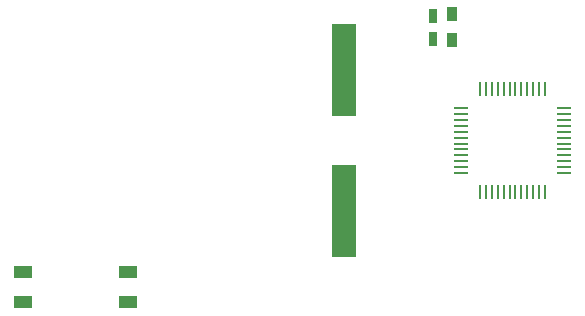
<source format=gbr>
G04 #@! TF.GenerationSoftware,KiCad,Pcbnew,(5.1.4)-1*
G04 #@! TF.CreationDate,2019-12-04T08:55:51-06:00*
G04 #@! TF.ProjectId,motor_control,6d6f746f-725f-4636-9f6e-74726f6c2e6b,rev?*
G04 #@! TF.SameCoordinates,Original*
G04 #@! TF.FileFunction,Paste,Top*
G04 #@! TF.FilePolarity,Positive*
%FSLAX46Y46*%
G04 Gerber Fmt 4.6, Leading zero omitted, Abs format (unit mm)*
G04 Created by KiCad (PCBNEW (5.1.4)-1) date 2019-12-04 08:55:51*
%MOMM*%
%LPD*%
G04 APERTURE LIST*
%ADD10R,0.750000X1.200000*%
%ADD11R,0.900000X1.200000*%
%ADD12R,1.500000X1.100000*%
%ADD13R,0.250000X1.300000*%
%ADD14R,1.300000X0.250000*%
%ADD15R,2.000000X7.875000*%
G04 APERTURE END LIST*
D10*
X165387601Y-88695599D03*
X165387601Y-86795599D03*
D11*
X166928800Y-88857000D03*
X166928800Y-86657000D03*
D12*
X130627200Y-108458000D03*
X130627200Y-110998000D03*
X139527200Y-110998000D03*
X139527200Y-108458000D03*
D13*
X169335000Y-92982800D03*
X169835000Y-92982800D03*
X170335000Y-92982800D03*
X170835000Y-92982800D03*
X171335000Y-92982800D03*
X171835000Y-92982800D03*
X172335000Y-92982800D03*
X172835000Y-92982800D03*
X173335000Y-92982800D03*
X173835000Y-92982800D03*
X174335000Y-92982800D03*
X174835000Y-92982800D03*
D14*
X176435000Y-94582800D03*
X176435000Y-95082800D03*
X176435000Y-95582800D03*
X176435000Y-96082800D03*
X176435000Y-96582800D03*
X176435000Y-97082800D03*
X176435000Y-97582800D03*
X176435000Y-98082800D03*
X176435000Y-98582800D03*
X176435000Y-99082800D03*
X176435000Y-99582800D03*
X176435000Y-100082800D03*
D13*
X174835000Y-101682800D03*
X174335000Y-101682800D03*
X173835000Y-101682800D03*
X173335000Y-101682800D03*
X172835000Y-101682800D03*
X172335000Y-101682800D03*
X171835000Y-101682800D03*
X171335000Y-101682800D03*
X170835000Y-101682800D03*
X170335000Y-101682800D03*
X169835000Y-101682800D03*
X169335000Y-101682800D03*
D14*
X167735000Y-100082800D03*
X167735000Y-99582800D03*
X167735000Y-99082800D03*
X167735000Y-98582800D03*
X167735000Y-98082800D03*
X167735000Y-97582800D03*
X167735000Y-97082800D03*
X167735000Y-96582800D03*
X167735000Y-96082800D03*
X167735000Y-95582800D03*
X167735000Y-95082800D03*
X167735000Y-94582800D03*
D15*
X157861000Y-103270300D03*
X157861000Y-91395300D03*
M02*

</source>
